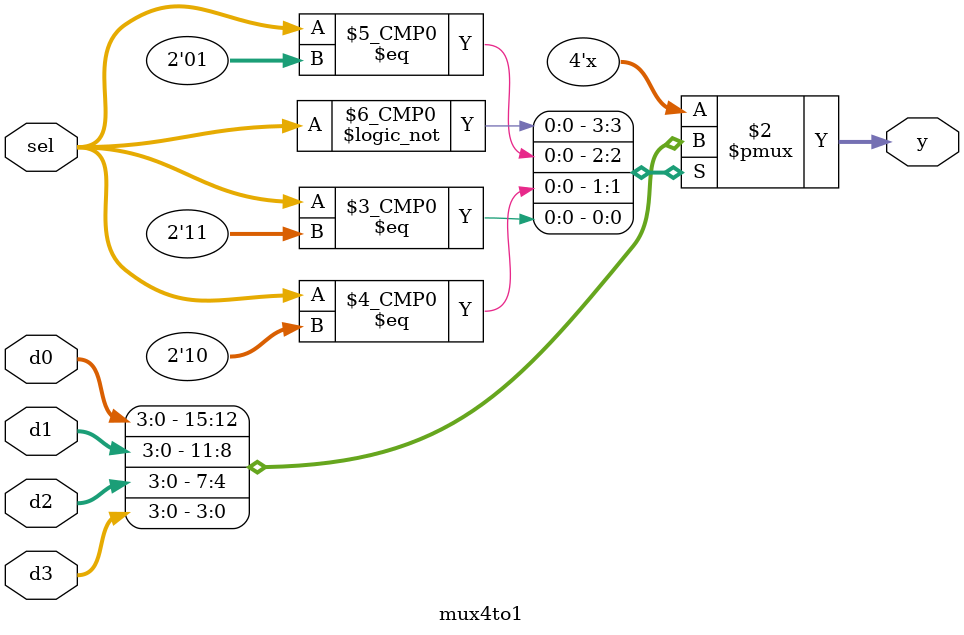
<source format=v>
`timescale 1ns / 1ps


module mux4to1(d0, d1, d2, d3, sel, y);
 input[3:0] d0,d1,d2,d3;
 input[1:0] sel;
 output reg[3:0] y;
 always @(d0 or d1 or d2 or d3 or sel) begin
 case (sel)
 2'b00: y = d0;
 2'b01: y = d1;
 2'b10: y = d2;
 2'b11: y = d3;
 endcase
 end 
endmodule

</source>
